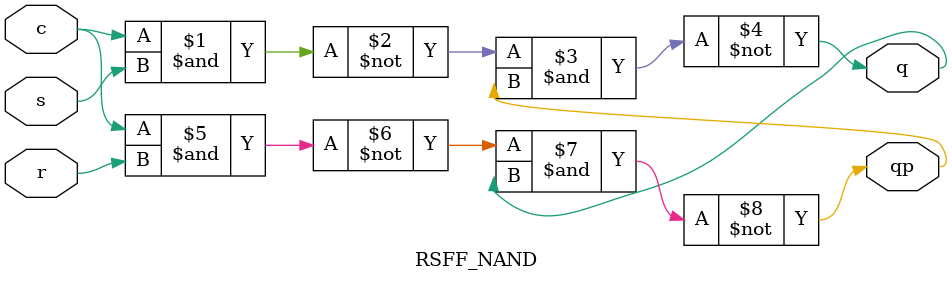
<source format=v>
`timescale 1ns / 1ps

module RSFF_NAND(
    input r, s, c,
    output q, qp
    );
    
    assign q = ~(~(c & s) & qp);
    assign qp = ~(~(c & r) & q);

endmodule


</source>
